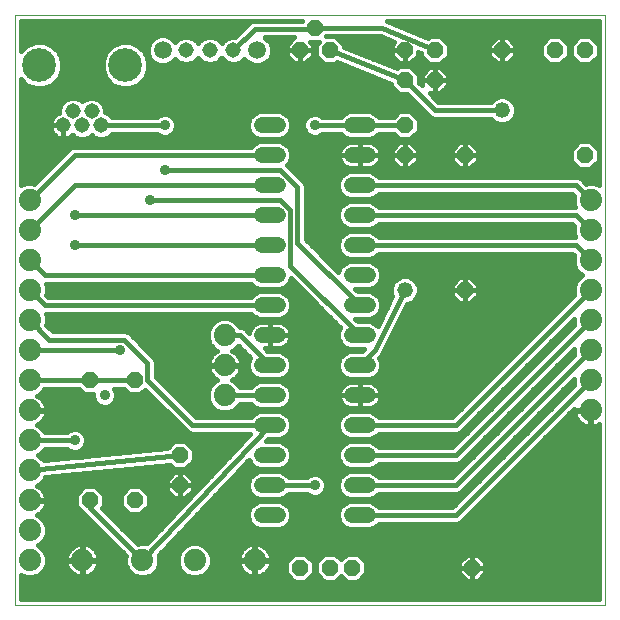
<source format=gbl>
G75*
%MOIN*%
%OFA0B0*%
%FSLAX25Y25*%
%IPPOS*%
%LPD*%
%AMOC8*
5,1,8,0,0,1.08239X$1,22.5*
%
%ADD10C,0.00000*%
%ADD11OC8,0.05200*%
%ADD12C,0.05200*%
%ADD13C,0.05150*%
%ADD14C,0.11220*%
%ADD15C,0.05200*%
%ADD16C,0.07400*%
%ADD17C,0.05937*%
%ADD18C,0.01600*%
%ADD19C,0.03562*%
D10*
X0006560Y0001800D02*
X0006560Y0198650D01*
X0203410Y0198650D01*
X0203410Y0001800D01*
X0006560Y0001800D01*
D11*
X0031560Y0036800D03*
X0046560Y0036800D03*
X0061560Y0041800D03*
X0061560Y0051800D03*
X0046560Y0076800D03*
X0031560Y0076800D03*
X0101560Y0014300D03*
X0111560Y0014300D03*
X0119060Y0014300D03*
X0159060Y0014300D03*
X0156560Y0106800D03*
X0156560Y0151800D03*
X0136560Y0151800D03*
X0136560Y0161800D03*
X0136560Y0176800D03*
X0146560Y0176800D03*
X0146560Y0186800D03*
X0136560Y0186800D03*
X0111560Y0186800D03*
X0106560Y0194300D03*
X0101560Y0186800D03*
X0169060Y0186800D03*
X0186560Y0186800D03*
X0196560Y0186800D03*
X0196560Y0151800D03*
D12*
X0169060Y0166800D03*
X0136560Y0106800D03*
D13*
X0079434Y0186800D03*
X0071560Y0186800D03*
X0063686Y0186800D03*
X0035359Y0161721D03*
X0032210Y0166446D03*
X0029060Y0161721D03*
X0025910Y0166446D03*
X0022761Y0161721D03*
D14*
X0014690Y0181800D03*
X0043430Y0181800D03*
D15*
X0088960Y0161800D02*
X0094160Y0161800D01*
X0094160Y0151800D02*
X0088960Y0151800D01*
X0088960Y0141800D02*
X0094160Y0141800D01*
X0094160Y0131800D02*
X0088960Y0131800D01*
X0088960Y0121800D02*
X0094160Y0121800D01*
X0094160Y0111800D02*
X0088960Y0111800D01*
X0088960Y0101800D02*
X0094160Y0101800D01*
X0094160Y0091800D02*
X0088960Y0091800D01*
X0088960Y0081800D02*
X0094160Y0081800D01*
X0094160Y0071800D02*
X0088960Y0071800D01*
X0088960Y0061800D02*
X0094160Y0061800D01*
X0094160Y0051800D02*
X0088960Y0051800D01*
X0088960Y0041800D02*
X0094160Y0041800D01*
X0094160Y0031800D02*
X0088960Y0031800D01*
X0118960Y0031800D02*
X0124160Y0031800D01*
X0124160Y0041800D02*
X0118960Y0041800D01*
X0118960Y0051800D02*
X0124160Y0051800D01*
X0124160Y0061800D02*
X0118960Y0061800D01*
X0118960Y0071800D02*
X0124160Y0071800D01*
X0124160Y0081800D02*
X0118960Y0081800D01*
X0118960Y0091800D02*
X0124160Y0091800D01*
X0124160Y0101800D02*
X0118960Y0101800D01*
X0118960Y0111800D02*
X0124160Y0111800D01*
X0124160Y0121800D02*
X0118960Y0121800D01*
X0118960Y0131800D02*
X0124160Y0131800D01*
X0124160Y0141800D02*
X0118960Y0141800D01*
X0118960Y0151800D02*
X0124160Y0151800D01*
X0124160Y0161800D02*
X0118960Y0161800D01*
D16*
X0076560Y0091800D03*
X0076560Y0081800D03*
X0076560Y0071800D03*
X0086560Y0016800D03*
X0066560Y0016800D03*
X0049060Y0016800D03*
X0029060Y0016800D03*
X0011560Y0016800D03*
X0011560Y0026800D03*
X0011560Y0036800D03*
X0011560Y0046800D03*
X0011560Y0056800D03*
X0011560Y0066800D03*
X0011560Y0076800D03*
X0011560Y0086800D03*
X0011560Y0096800D03*
X0011560Y0106800D03*
X0011560Y0116800D03*
X0011560Y0126800D03*
X0011560Y0136800D03*
X0198560Y0136800D03*
X0198560Y0126800D03*
X0198560Y0116800D03*
X0198560Y0106800D03*
X0198560Y0096800D03*
X0198560Y0086800D03*
X0198560Y0076800D03*
X0198560Y0066800D03*
D17*
X0087308Y0186800D03*
X0055812Y0186800D03*
D18*
X0051273Y0188826D02*
X0046355Y0188826D01*
X0047741Y0188252D02*
X0044944Y0189410D01*
X0041916Y0189410D01*
X0039119Y0188252D01*
X0036978Y0186111D01*
X0035820Y0183314D01*
X0035820Y0180286D01*
X0036978Y0177489D01*
X0039119Y0175348D01*
X0041916Y0174190D01*
X0044944Y0174190D01*
X0047741Y0175348D01*
X0049882Y0177489D01*
X0051040Y0180286D01*
X0051040Y0183314D01*
X0049882Y0186111D01*
X0047741Y0188252D01*
X0048765Y0187227D02*
X0050843Y0187227D01*
X0050843Y0187788D02*
X0050843Y0185812D01*
X0051600Y0183986D01*
X0052998Y0182588D01*
X0054824Y0181831D01*
X0056800Y0181831D01*
X0058626Y0182588D01*
X0060024Y0183986D01*
X0060026Y0183990D01*
X0061095Y0182922D01*
X0062776Y0182225D01*
X0064596Y0182225D01*
X0066277Y0182922D01*
X0067564Y0184209D01*
X0067623Y0184350D01*
X0067682Y0184209D01*
X0068969Y0182922D01*
X0070650Y0182225D01*
X0072470Y0182225D01*
X0074151Y0182922D01*
X0075438Y0184209D01*
X0075497Y0184350D01*
X0075556Y0184209D01*
X0076843Y0182922D01*
X0078524Y0182225D01*
X0080344Y0182225D01*
X0082025Y0182922D01*
X0083094Y0183990D01*
X0083096Y0183986D01*
X0084494Y0182588D01*
X0086320Y0181831D01*
X0088296Y0181831D01*
X0090122Y0182588D01*
X0091520Y0183986D01*
X0092277Y0185812D01*
X0092277Y0187788D01*
X0091520Y0189614D01*
X0090122Y0191012D01*
X0090030Y0191050D01*
X0099588Y0191050D01*
X0097160Y0188623D01*
X0097160Y0186800D01*
X0101560Y0186800D01*
X0105960Y0186800D01*
X0105960Y0188623D01*
X0104882Y0189700D01*
X0107955Y0189700D01*
X0106960Y0188705D01*
X0106960Y0184895D01*
X0109655Y0182200D01*
X0113465Y0182200D01*
X0114053Y0182787D01*
X0131960Y0175624D01*
X0131960Y0174895D01*
X0134655Y0172200D01*
X0137200Y0172200D01*
X0144186Y0165214D01*
X0144974Y0164426D01*
X0146003Y0164000D01*
X0165355Y0164000D01*
X0166454Y0162900D01*
X0168145Y0162200D01*
X0169975Y0162200D01*
X0171666Y0162900D01*
X0172960Y0164194D01*
X0173660Y0165885D01*
X0173660Y0167715D01*
X0172960Y0169406D01*
X0171666Y0170700D01*
X0169975Y0171400D01*
X0168145Y0171400D01*
X0166454Y0170700D01*
X0165355Y0169600D01*
X0147720Y0169600D01*
X0144920Y0172400D01*
X0146560Y0172400D01*
X0148383Y0172400D01*
X0150960Y0174977D01*
X0150960Y0176800D01*
X0150960Y0178623D01*
X0148383Y0181200D01*
X0146560Y0181200D01*
X0146560Y0176800D01*
X0150960Y0176800D01*
X0146560Y0176800D01*
X0146560Y0176800D01*
X0146560Y0176800D01*
X0146560Y0172400D01*
X0146560Y0176800D01*
X0146560Y0176800D01*
X0146560Y0176800D01*
X0142160Y0176800D01*
X0142160Y0178623D01*
X0144737Y0181200D01*
X0146560Y0181200D01*
X0146560Y0176800D01*
X0142160Y0176800D01*
X0142160Y0175160D01*
X0141160Y0176160D01*
X0141160Y0178705D01*
X0138465Y0181400D01*
X0134655Y0181400D01*
X0134067Y0180813D01*
X0116160Y0187976D01*
X0116160Y0188705D01*
X0113465Y0191400D01*
X0110165Y0191400D01*
X0110265Y0191500D01*
X0128485Y0191500D01*
X0133072Y0189534D01*
X0132160Y0188623D01*
X0132160Y0186800D01*
X0136560Y0186800D01*
X0136560Y0182400D01*
X0138383Y0182400D01*
X0140960Y0184977D01*
X0140960Y0186154D01*
X0141960Y0185725D01*
X0141960Y0184895D01*
X0144655Y0182200D01*
X0148465Y0182200D01*
X0151160Y0184895D01*
X0151160Y0188705D01*
X0148465Y0191400D01*
X0144655Y0191400D01*
X0144139Y0190884D01*
X0130684Y0196650D01*
X0201410Y0196650D01*
X0201410Y0141789D01*
X0199694Y0142500D01*
X0197426Y0142500D01*
X0196997Y0142322D01*
X0195146Y0144174D01*
X0194117Y0144600D01*
X0127865Y0144600D01*
X0126766Y0145700D01*
X0125075Y0146400D01*
X0118045Y0146400D01*
X0116354Y0145700D01*
X0115060Y0144406D01*
X0114360Y0142715D01*
X0114360Y0140885D01*
X0115060Y0139194D01*
X0116354Y0137900D01*
X0118045Y0137200D01*
X0125075Y0137200D01*
X0126766Y0137900D01*
X0127865Y0139000D01*
X0192400Y0139000D01*
X0193038Y0138363D01*
X0192860Y0137934D01*
X0192860Y0135666D01*
X0193302Y0134600D01*
X0127865Y0134600D01*
X0126766Y0135700D01*
X0125075Y0136400D01*
X0118045Y0136400D01*
X0116354Y0135700D01*
X0115060Y0134406D01*
X0114360Y0132715D01*
X0114360Y0130885D01*
X0115060Y0129194D01*
X0116354Y0127900D01*
X0118045Y0127200D01*
X0125075Y0127200D01*
X0126766Y0127900D01*
X0127865Y0129000D01*
X0192400Y0129000D01*
X0193038Y0128363D01*
X0192860Y0127934D01*
X0192860Y0125666D01*
X0193302Y0124600D01*
X0127865Y0124600D01*
X0126766Y0125700D01*
X0125075Y0126400D01*
X0118045Y0126400D01*
X0116354Y0125700D01*
X0115060Y0124406D01*
X0114360Y0122715D01*
X0114360Y0120885D01*
X0115060Y0119194D01*
X0116354Y0117900D01*
X0118045Y0117200D01*
X0125075Y0117200D01*
X0126766Y0117900D01*
X0127865Y0119000D01*
X0192400Y0119000D01*
X0193038Y0118363D01*
X0192860Y0117934D01*
X0192860Y0115666D01*
X0193728Y0113571D01*
X0195331Y0111968D01*
X0195736Y0111800D01*
X0195331Y0111632D01*
X0193728Y0110029D01*
X0192860Y0107934D01*
X0192860Y0105666D01*
X0193038Y0105237D01*
X0152400Y0064600D01*
X0127865Y0064600D01*
X0126766Y0065700D01*
X0125075Y0066400D01*
X0118045Y0066400D01*
X0116354Y0065700D01*
X0115060Y0064406D01*
X0114360Y0062715D01*
X0114360Y0060885D01*
X0115060Y0059194D01*
X0116354Y0057900D01*
X0118045Y0057200D01*
X0125075Y0057200D01*
X0126766Y0057900D01*
X0127865Y0059000D01*
X0154117Y0059000D01*
X0155146Y0059426D01*
X0192860Y0097140D01*
X0192860Y0095666D01*
X0193038Y0095237D01*
X0152400Y0054600D01*
X0127865Y0054600D01*
X0126766Y0055700D01*
X0125075Y0056400D01*
X0118045Y0056400D01*
X0116354Y0055700D01*
X0115060Y0054406D01*
X0114360Y0052715D01*
X0114360Y0050885D01*
X0115060Y0049194D01*
X0116354Y0047900D01*
X0118045Y0047200D01*
X0125075Y0047200D01*
X0126766Y0047900D01*
X0127865Y0049000D01*
X0154117Y0049000D01*
X0155146Y0049426D01*
X0192860Y0087140D01*
X0192860Y0085666D01*
X0193038Y0085237D01*
X0152400Y0044600D01*
X0127865Y0044600D01*
X0126766Y0045700D01*
X0125075Y0046400D01*
X0118045Y0046400D01*
X0116354Y0045700D01*
X0115060Y0044406D01*
X0114360Y0042715D01*
X0114360Y0040885D01*
X0115060Y0039194D01*
X0116354Y0037900D01*
X0118045Y0037200D01*
X0125075Y0037200D01*
X0126766Y0037900D01*
X0127865Y0039000D01*
X0154117Y0039000D01*
X0155146Y0039426D01*
X0192860Y0077140D01*
X0192860Y0075666D01*
X0193038Y0075237D01*
X0152400Y0034600D01*
X0127865Y0034600D01*
X0126766Y0035700D01*
X0125075Y0036400D01*
X0118045Y0036400D01*
X0116354Y0035700D01*
X0115060Y0034406D01*
X0114360Y0032715D01*
X0114360Y0030885D01*
X0115060Y0029194D01*
X0116354Y0027900D01*
X0118045Y0027200D01*
X0125075Y0027200D01*
X0126766Y0027900D01*
X0127865Y0029000D01*
X0154117Y0029000D01*
X0155146Y0029426D01*
X0193080Y0067360D01*
X0193060Y0067233D01*
X0193060Y0067000D01*
X0198360Y0067000D01*
X0198360Y0066600D01*
X0198760Y0066600D01*
X0198760Y0061300D01*
X0198993Y0061300D01*
X0199848Y0061435D01*
X0200671Y0061703D01*
X0201410Y0062080D01*
X0201410Y0003800D01*
X0008560Y0003800D01*
X0008560Y0011873D01*
X0010426Y0011100D01*
X0012694Y0011100D01*
X0014789Y0011968D01*
X0016392Y0013571D01*
X0017260Y0015666D01*
X0017260Y0017934D01*
X0016392Y0020029D01*
X0014789Y0021632D01*
X0014384Y0021800D01*
X0014789Y0021968D01*
X0016392Y0023571D01*
X0017260Y0025666D01*
X0017260Y0027934D01*
X0016392Y0030029D01*
X0014789Y0031632D01*
X0014096Y0031919D01*
X0014443Y0032096D01*
X0015143Y0032605D01*
X0015755Y0033217D01*
X0016264Y0033917D01*
X0016657Y0034689D01*
X0016925Y0035512D01*
X0017060Y0036367D01*
X0017060Y0036600D01*
X0011760Y0036600D01*
X0011760Y0037000D01*
X0017060Y0037000D01*
X0017060Y0037233D01*
X0016925Y0038088D01*
X0016657Y0038911D01*
X0016264Y0039683D01*
X0015755Y0040383D01*
X0015143Y0040995D01*
X0014443Y0041504D01*
X0014096Y0041681D01*
X0014789Y0041968D01*
X0016392Y0043571D01*
X0016780Y0044508D01*
X0058204Y0048650D01*
X0059655Y0047200D01*
X0063465Y0047200D01*
X0066160Y0049895D01*
X0066160Y0053705D01*
X0063465Y0056400D01*
X0059655Y0056400D01*
X0057458Y0054204D01*
X0016330Y0050091D01*
X0014789Y0051632D01*
X0014384Y0051800D01*
X0014789Y0051968D01*
X0016392Y0053571D01*
X0016570Y0054000D01*
X0024013Y0054000D01*
X0024418Y0053595D01*
X0025808Y0053019D01*
X0027312Y0053019D01*
X0028702Y0053595D01*
X0029765Y0054658D01*
X0030341Y0056048D01*
X0030341Y0057552D01*
X0029765Y0058942D01*
X0028702Y0060005D01*
X0027312Y0060581D01*
X0025808Y0060581D01*
X0024418Y0060005D01*
X0024013Y0059600D01*
X0016570Y0059600D01*
X0016392Y0060029D01*
X0014789Y0061632D01*
X0014096Y0061919D01*
X0014443Y0062096D01*
X0015143Y0062605D01*
X0015755Y0063217D01*
X0016264Y0063917D01*
X0016657Y0064689D01*
X0016925Y0065512D01*
X0017060Y0066367D01*
X0017060Y0066600D01*
X0011760Y0066600D01*
X0011760Y0067000D01*
X0017060Y0067000D01*
X0017060Y0067233D01*
X0016925Y0068088D01*
X0016657Y0068911D01*
X0016264Y0069683D01*
X0015755Y0070383D01*
X0015143Y0070995D01*
X0014443Y0071504D01*
X0014096Y0071681D01*
X0014789Y0071968D01*
X0016392Y0073571D01*
X0016570Y0074000D01*
X0027855Y0074000D01*
X0029655Y0072200D01*
X0032779Y0072200D01*
X0032779Y0071048D01*
X0033355Y0069658D01*
X0034418Y0068595D01*
X0035808Y0068019D01*
X0037312Y0068019D01*
X0038702Y0068595D01*
X0039765Y0069658D01*
X0040341Y0071048D01*
X0040341Y0072552D01*
X0039765Y0073942D01*
X0039707Y0074000D01*
X0042855Y0074000D01*
X0044655Y0072200D01*
X0048465Y0072200D01*
X0049933Y0073667D01*
X0064174Y0059426D01*
X0065203Y0059000D01*
X0085064Y0059000D01*
X0050480Y0022381D01*
X0050194Y0022500D01*
X0047926Y0022500D01*
X0047497Y0022322D01*
X0035543Y0034277D01*
X0036160Y0034895D01*
X0036160Y0038705D01*
X0033465Y0041400D01*
X0029655Y0041400D01*
X0026960Y0038705D01*
X0026960Y0034895D01*
X0029655Y0032200D01*
X0029700Y0032200D01*
X0043538Y0018363D01*
X0043360Y0017934D01*
X0043360Y0015666D01*
X0044228Y0013571D01*
X0045831Y0011968D01*
X0047926Y0011100D01*
X0050194Y0011100D01*
X0052289Y0011968D01*
X0053892Y0013571D01*
X0054760Y0015666D01*
X0054760Y0017934D01*
X0054523Y0018506D01*
X0084586Y0050338D01*
X0085060Y0049194D01*
X0086354Y0047900D01*
X0088045Y0047200D01*
X0095075Y0047200D01*
X0096766Y0047900D01*
X0098060Y0049194D01*
X0098760Y0050885D01*
X0098760Y0052715D01*
X0098060Y0054406D01*
X0096766Y0055700D01*
X0095075Y0056400D01*
X0090311Y0056400D01*
X0091067Y0057200D01*
X0095075Y0057200D01*
X0096766Y0057900D01*
X0098060Y0059194D01*
X0098760Y0060885D01*
X0098760Y0062715D01*
X0098060Y0064406D01*
X0096766Y0065700D01*
X0095075Y0066400D01*
X0088045Y0066400D01*
X0086354Y0065700D01*
X0085255Y0064600D01*
X0066920Y0064600D01*
X0053560Y0077960D01*
X0053560Y0083157D01*
X0053134Y0084186D01*
X0052346Y0084974D01*
X0044597Y0092723D01*
X0043568Y0093149D01*
X0019171Y0093149D01*
X0017082Y0095237D01*
X0017260Y0095666D01*
X0017260Y0097934D01*
X0016818Y0099000D01*
X0085255Y0099000D01*
X0086354Y0097900D01*
X0088045Y0097200D01*
X0095075Y0097200D01*
X0096766Y0097900D01*
X0098060Y0099194D01*
X0098760Y0100885D01*
X0098760Y0102715D01*
X0098060Y0104406D01*
X0096766Y0105700D01*
X0095075Y0106400D01*
X0088045Y0106400D01*
X0086354Y0105700D01*
X0085255Y0104600D01*
X0017720Y0104600D01*
X0017082Y0105237D01*
X0017260Y0105666D01*
X0017260Y0107934D01*
X0016818Y0109000D01*
X0085255Y0109000D01*
X0086354Y0107900D01*
X0088045Y0107200D01*
X0095075Y0107200D01*
X0096766Y0107900D01*
X0098060Y0109194D01*
X0098688Y0110712D01*
X0115041Y0094359D01*
X0114360Y0092715D01*
X0114360Y0090885D01*
X0115060Y0089194D01*
X0116354Y0087900D01*
X0118045Y0087200D01*
X0123000Y0087200D01*
X0122200Y0086400D01*
X0118045Y0086400D01*
X0116354Y0085700D01*
X0115060Y0084406D01*
X0114360Y0082715D01*
X0114360Y0080885D01*
X0115060Y0079194D01*
X0116354Y0077900D01*
X0118045Y0077200D01*
X0125075Y0077200D01*
X0126766Y0077900D01*
X0128060Y0079194D01*
X0128760Y0080885D01*
X0128760Y0082715D01*
X0128079Y0084359D01*
X0128470Y0084750D01*
X0128815Y0085050D01*
X0128861Y0085141D01*
X0128934Y0085214D01*
X0129109Y0085637D01*
X0137390Y0102200D01*
X0137475Y0102200D01*
X0139166Y0102900D01*
X0140460Y0104194D01*
X0141160Y0105885D01*
X0141160Y0107715D01*
X0140460Y0109406D01*
X0139166Y0110700D01*
X0137475Y0111400D01*
X0135645Y0111400D01*
X0133954Y0110700D01*
X0132660Y0109406D01*
X0131960Y0107715D01*
X0131960Y0105885D01*
X0132419Y0104778D01*
X0127508Y0094957D01*
X0126766Y0095700D01*
X0125075Y0096400D01*
X0120920Y0096400D01*
X0120120Y0097200D01*
X0125075Y0097200D01*
X0126766Y0097900D01*
X0128060Y0099194D01*
X0128760Y0100885D01*
X0128760Y0102715D01*
X0128060Y0104406D01*
X0126766Y0105700D01*
X0125075Y0106400D01*
X0120920Y0106400D01*
X0120120Y0107200D01*
X0125075Y0107200D01*
X0126766Y0107900D01*
X0128060Y0109194D01*
X0128760Y0110885D01*
X0128760Y0112715D01*
X0128060Y0114406D01*
X0126766Y0115700D01*
X0125075Y0116400D01*
X0118045Y0116400D01*
X0116354Y0115700D01*
X0115060Y0114406D01*
X0114432Y0112888D01*
X0103560Y0123760D01*
X0103560Y0141697D01*
X0103134Y0142726D01*
X0102346Y0143513D01*
X0097362Y0148497D01*
X0098060Y0149194D01*
X0098760Y0150885D01*
X0098760Y0152715D01*
X0098060Y0154406D01*
X0096766Y0155700D01*
X0095075Y0156400D01*
X0088045Y0156400D01*
X0086354Y0155700D01*
X0085255Y0154600D01*
X0026003Y0154600D01*
X0024974Y0154174D01*
X0024186Y0153386D01*
X0013123Y0142322D01*
X0012694Y0142500D01*
X0010426Y0142500D01*
X0008560Y0141727D01*
X0008560Y0177167D01*
X0010379Y0175348D01*
X0013176Y0174190D01*
X0016204Y0174190D01*
X0019001Y0175348D01*
X0021142Y0177489D01*
X0022300Y0180286D01*
X0022300Y0183314D01*
X0021142Y0186111D01*
X0019001Y0188252D01*
X0016204Y0189410D01*
X0013176Y0189410D01*
X0010379Y0188252D01*
X0008560Y0186433D01*
X0008560Y0196650D01*
X0102405Y0196650D01*
X0085927Y0196650D01*
X0084898Y0196224D01*
X0080049Y0191375D01*
X0078524Y0191375D01*
X0076843Y0190678D01*
X0075556Y0189391D01*
X0075497Y0189250D01*
X0075438Y0189391D01*
X0074151Y0190678D01*
X0072470Y0191375D01*
X0070650Y0191375D01*
X0068969Y0190678D01*
X0067682Y0189391D01*
X0067623Y0189250D01*
X0067564Y0189391D01*
X0066277Y0190678D01*
X0064596Y0191375D01*
X0062776Y0191375D01*
X0061095Y0190678D01*
X0060026Y0189610D01*
X0060024Y0189614D01*
X0058626Y0191012D01*
X0056800Y0191768D01*
X0054824Y0191768D01*
X0052998Y0191012D01*
X0051600Y0189614D01*
X0050843Y0187788D01*
X0052410Y0190424D02*
X0008560Y0190424D01*
X0008560Y0188826D02*
X0011765Y0188826D01*
X0009355Y0187227D02*
X0008560Y0187227D01*
X0008560Y0192023D02*
X0080697Y0192023D01*
X0082296Y0193621D02*
X0008560Y0193621D01*
X0008560Y0195220D02*
X0083894Y0195220D01*
X0086484Y0193850D02*
X0106560Y0193850D01*
X0106560Y0194300D02*
X0129060Y0194300D01*
X0146560Y0186800D01*
X0150296Y0184030D02*
X0165607Y0184030D01*
X0164660Y0184977D02*
X0164660Y0186800D01*
X0169060Y0186800D01*
X0173460Y0186800D01*
X0173460Y0188623D01*
X0170883Y0191200D01*
X0169060Y0191200D01*
X0169060Y0186800D01*
X0169060Y0186800D01*
X0169060Y0186800D01*
X0173460Y0186800D01*
X0173460Y0184977D01*
X0170883Y0182400D01*
X0169060Y0182400D01*
X0169060Y0186800D01*
X0169060Y0186800D01*
X0169060Y0186800D01*
X0169060Y0191200D01*
X0167237Y0191200D01*
X0164660Y0188623D01*
X0164660Y0186800D01*
X0169060Y0186800D01*
X0169060Y0182400D01*
X0167237Y0182400D01*
X0164660Y0184977D01*
X0164660Y0185629D02*
X0151160Y0185629D01*
X0151160Y0187227D02*
X0164660Y0187227D01*
X0164863Y0188826D02*
X0151040Y0188826D01*
X0149441Y0190424D02*
X0166462Y0190424D01*
X0169060Y0190424D02*
X0169060Y0190424D01*
X0169060Y0188826D02*
X0169060Y0188826D01*
X0169060Y0187227D02*
X0169060Y0187227D01*
X0169060Y0185629D02*
X0169060Y0185629D01*
X0169060Y0184030D02*
X0169060Y0184030D01*
X0169060Y0182432D02*
X0169060Y0182432D01*
X0170914Y0182432D02*
X0184423Y0182432D01*
X0184655Y0182200D02*
X0188465Y0182200D01*
X0191160Y0184895D01*
X0191160Y0188705D01*
X0188465Y0191400D01*
X0184655Y0191400D01*
X0181960Y0188705D01*
X0181960Y0184895D01*
X0184655Y0182200D01*
X0182824Y0184030D02*
X0172513Y0184030D01*
X0173460Y0185629D02*
X0181960Y0185629D01*
X0181960Y0187227D02*
X0173460Y0187227D01*
X0173257Y0188826D02*
X0182080Y0188826D01*
X0183679Y0190424D02*
X0171658Y0190424D01*
X0167206Y0182432D02*
X0148697Y0182432D01*
X0148749Y0180833D02*
X0201410Y0180833D01*
X0201410Y0179235D02*
X0150348Y0179235D01*
X0150960Y0177636D02*
X0201410Y0177636D01*
X0201410Y0176038D02*
X0150960Y0176038D01*
X0150422Y0174439D02*
X0201410Y0174439D01*
X0201410Y0172841D02*
X0148823Y0172841D01*
X0146560Y0172841D02*
X0146560Y0172841D01*
X0146560Y0174439D02*
X0146560Y0174439D01*
X0146560Y0176038D02*
X0146560Y0176038D01*
X0146560Y0177636D02*
X0146560Y0177636D01*
X0146560Y0179235D02*
X0146560Y0179235D01*
X0146560Y0180833D02*
X0146560Y0180833D01*
X0144371Y0180833D02*
X0139032Y0180833D01*
X0138414Y0182432D02*
X0144423Y0182432D01*
X0142824Y0184030D02*
X0140013Y0184030D01*
X0140960Y0185629D02*
X0141960Y0185629D01*
X0136560Y0185629D02*
X0136560Y0185629D01*
X0136560Y0186800D02*
X0136560Y0182400D01*
X0134737Y0182400D01*
X0132160Y0184977D01*
X0132160Y0186800D01*
X0136560Y0186800D01*
X0136560Y0186800D01*
X0136560Y0186800D01*
X0136560Y0184030D02*
X0136560Y0184030D01*
X0136560Y0182432D02*
X0136560Y0182432D01*
X0134706Y0182432D02*
X0130020Y0182432D01*
X0133107Y0184030D02*
X0126023Y0184030D01*
X0122027Y0185629D02*
X0132160Y0185629D01*
X0132160Y0187227D02*
X0118031Y0187227D01*
X0116040Y0188826D02*
X0132363Y0188826D01*
X0130995Y0190424D02*
X0114441Y0190424D01*
X0111560Y0186800D02*
X0136560Y0176800D01*
X0146560Y0166800D01*
X0169060Y0166800D01*
X0166105Y0163250D02*
X0141160Y0163250D01*
X0141160Y0163705D02*
X0138465Y0166400D01*
X0134655Y0166400D01*
X0132855Y0164600D01*
X0127865Y0164600D01*
X0126766Y0165700D01*
X0125075Y0166400D01*
X0118045Y0166400D01*
X0116354Y0165700D01*
X0115255Y0164600D01*
X0109107Y0164600D01*
X0108702Y0165005D01*
X0107312Y0165581D01*
X0105808Y0165581D01*
X0104418Y0165005D01*
X0103355Y0163942D01*
X0102779Y0162552D01*
X0102779Y0161048D01*
X0103355Y0159658D01*
X0104418Y0158595D01*
X0105808Y0158019D01*
X0107312Y0158019D01*
X0108702Y0158595D01*
X0109107Y0159000D01*
X0115255Y0159000D01*
X0116354Y0157900D01*
X0118045Y0157200D01*
X0125075Y0157200D01*
X0126766Y0157900D01*
X0127865Y0159000D01*
X0132855Y0159000D01*
X0134655Y0157200D01*
X0138465Y0157200D01*
X0141160Y0159895D01*
X0141160Y0163705D01*
X0140017Y0164848D02*
X0144552Y0164848D01*
X0142954Y0166447D02*
X0036784Y0166447D01*
X0036784Y0166083D02*
X0036784Y0167356D01*
X0036088Y0169037D01*
X0034801Y0170324D01*
X0033120Y0171020D01*
X0031300Y0171020D01*
X0029618Y0170324D01*
X0029060Y0169766D01*
X0028502Y0170324D01*
X0026820Y0171020D01*
X0025000Y0171020D01*
X0023319Y0170324D01*
X0022032Y0169037D01*
X0021336Y0167356D01*
X0021336Y0165858D01*
X0021081Y0165776D01*
X0020468Y0165463D01*
X0019911Y0165058D01*
X0019424Y0164571D01*
X0019019Y0164014D01*
X0018706Y0163401D01*
X0018494Y0162746D01*
X0018386Y0162066D01*
X0018386Y0161721D01*
X0018386Y0161377D01*
X0018494Y0160697D01*
X0018706Y0160042D01*
X0019019Y0159428D01*
X0019424Y0158871D01*
X0019911Y0158384D01*
X0020468Y0157980D01*
X0021081Y0157667D01*
X0021736Y0157454D01*
X0022416Y0157346D01*
X0022761Y0157346D01*
X0023105Y0157346D01*
X0023785Y0157454D01*
X0024440Y0157667D01*
X0025054Y0157980D01*
X0025611Y0158384D01*
X0025769Y0158543D01*
X0026469Y0157843D01*
X0028150Y0157146D01*
X0029970Y0157146D01*
X0031651Y0157843D01*
X0032210Y0158401D01*
X0032768Y0157843D01*
X0034449Y0157146D01*
X0036269Y0157146D01*
X0037951Y0157843D01*
X0039108Y0159000D01*
X0054013Y0159000D01*
X0054418Y0158595D01*
X0055808Y0158019D01*
X0057312Y0158019D01*
X0058702Y0158595D01*
X0059765Y0159658D01*
X0060341Y0161048D01*
X0060341Y0162552D01*
X0059765Y0163942D01*
X0058702Y0165005D01*
X0057312Y0165581D01*
X0055808Y0165581D01*
X0054418Y0165005D01*
X0054013Y0164600D01*
X0038950Y0164600D01*
X0037951Y0165600D01*
X0036784Y0166083D01*
X0036499Y0168045D02*
X0141355Y0168045D01*
X0139756Y0169644D02*
X0035481Y0169644D01*
X0038702Y0164848D02*
X0054261Y0164848D01*
X0056560Y0161800D02*
X0035438Y0161800D01*
X0035359Y0161721D01*
X0038562Y0158454D02*
X0054757Y0158454D01*
X0058363Y0158454D02*
X0085800Y0158454D01*
X0086354Y0157900D02*
X0088045Y0157200D01*
X0095075Y0157200D01*
X0096766Y0157900D01*
X0098060Y0159194D01*
X0098760Y0160885D01*
X0098760Y0162715D01*
X0098060Y0164406D01*
X0096766Y0165700D01*
X0095075Y0166400D01*
X0088045Y0166400D01*
X0086354Y0165700D01*
X0085060Y0164406D01*
X0084360Y0162715D01*
X0084360Y0160885D01*
X0085060Y0159194D01*
X0086354Y0157900D01*
X0085912Y0155257D02*
X0008560Y0155257D01*
X0008560Y0153659D02*
X0024459Y0153659D01*
X0022860Y0152060D02*
X0008560Y0152060D01*
X0008560Y0150462D02*
X0021262Y0150462D01*
X0019663Y0148863D02*
X0008560Y0148863D01*
X0008560Y0147265D02*
X0018065Y0147265D01*
X0016466Y0145666D02*
X0008560Y0145666D01*
X0008560Y0144068D02*
X0014868Y0144068D01*
X0013269Y0142469D02*
X0012769Y0142469D01*
X0010351Y0142469D02*
X0008560Y0142469D01*
X0011560Y0136800D02*
X0026560Y0151800D01*
X0091560Y0151800D01*
X0095100Y0146800D02*
X0100760Y0141140D01*
X0100760Y0122600D01*
X0121560Y0101800D01*
X0126308Y0097711D02*
X0128885Y0097711D01*
X0128107Y0099309D02*
X0129684Y0099309D01*
X0130483Y0100908D02*
X0128760Y0100908D01*
X0128760Y0102506D02*
X0131283Y0102506D01*
X0132082Y0104105D02*
X0128184Y0104105D01*
X0126757Y0105703D02*
X0132035Y0105703D01*
X0131960Y0107302D02*
X0125321Y0107302D01*
X0127766Y0108900D02*
X0132451Y0108900D01*
X0133753Y0110499D02*
X0128600Y0110499D01*
X0128760Y0112097D02*
X0195202Y0112097D01*
X0194198Y0110499D02*
X0159084Y0110499D01*
X0158383Y0111200D02*
X0160960Y0108623D01*
X0160960Y0106800D01*
X0156560Y0106800D01*
X0156560Y0106800D01*
X0160960Y0106800D01*
X0160960Y0104977D01*
X0158383Y0102400D01*
X0156560Y0102400D01*
X0156560Y0106800D01*
X0156560Y0106800D01*
X0156560Y0111200D01*
X0158383Y0111200D01*
X0156560Y0111200D02*
X0154737Y0111200D01*
X0152160Y0108623D01*
X0152160Y0106800D01*
X0156560Y0106800D01*
X0156560Y0106800D01*
X0156560Y0106800D01*
X0156560Y0111200D01*
X0156560Y0110499D02*
X0156560Y0110499D01*
X0156560Y0108900D02*
X0156560Y0108900D01*
X0156560Y0107302D02*
X0156560Y0107302D01*
X0156560Y0106800D02*
X0152160Y0106800D01*
X0152160Y0104977D01*
X0154737Y0102400D01*
X0156560Y0102400D01*
X0156560Y0106800D01*
X0156560Y0105703D02*
X0156560Y0105703D01*
X0156560Y0104105D02*
X0156560Y0104105D01*
X0156560Y0102506D02*
X0156560Y0102506D01*
X0158489Y0102506D02*
X0190306Y0102506D01*
X0188708Y0100908D02*
X0136744Y0100908D01*
X0135945Y0099309D02*
X0187109Y0099309D01*
X0185511Y0097711D02*
X0135146Y0097711D01*
X0134347Y0096112D02*
X0183912Y0096112D01*
X0182314Y0094514D02*
X0133547Y0094514D01*
X0132748Y0092915D02*
X0180715Y0092915D01*
X0179117Y0091317D02*
X0131949Y0091317D01*
X0131150Y0089718D02*
X0177518Y0089718D01*
X0175920Y0088120D02*
X0130350Y0088120D01*
X0129551Y0086521D02*
X0174321Y0086521D01*
X0172723Y0084923D02*
X0128669Y0084923D01*
X0128508Y0083324D02*
X0171124Y0083324D01*
X0169526Y0081726D02*
X0128760Y0081726D01*
X0128446Y0080127D02*
X0167927Y0080127D01*
X0166329Y0078529D02*
X0127394Y0078529D01*
X0125849Y0075878D02*
X0125190Y0076092D01*
X0124506Y0076200D01*
X0121560Y0076200D01*
X0121560Y0071800D01*
X0128560Y0071800D01*
X0128560Y0072146D01*
X0128452Y0072830D01*
X0128238Y0073489D01*
X0127923Y0074106D01*
X0127516Y0074666D01*
X0127026Y0075156D01*
X0126466Y0075563D01*
X0125849Y0075878D01*
X0126785Y0075332D02*
X0163132Y0075332D01*
X0164730Y0076930D02*
X0079117Y0076930D01*
X0079096Y0076919D02*
X0079443Y0077096D01*
X0080143Y0077605D01*
X0080755Y0078217D01*
X0081264Y0078917D01*
X0081657Y0079689D01*
X0081925Y0080512D01*
X0082060Y0081367D01*
X0082060Y0081600D01*
X0076760Y0081600D01*
X0076760Y0082000D01*
X0082060Y0082000D01*
X0082060Y0082233D01*
X0081925Y0083088D01*
X0081657Y0083911D01*
X0081264Y0084683D01*
X0080755Y0085383D01*
X0080143Y0085995D01*
X0079443Y0086504D01*
X0079096Y0086681D01*
X0079789Y0086968D01*
X0081111Y0088290D01*
X0085041Y0084359D01*
X0084360Y0082715D01*
X0084360Y0080885D01*
X0085060Y0079194D01*
X0086354Y0077900D01*
X0088045Y0077200D01*
X0095075Y0077200D01*
X0096766Y0077900D01*
X0098060Y0079194D01*
X0098760Y0080885D01*
X0098760Y0082715D01*
X0098060Y0084406D01*
X0096766Y0085700D01*
X0095075Y0086400D01*
X0090920Y0086400D01*
X0089920Y0087400D01*
X0091560Y0087400D01*
X0094506Y0087400D01*
X0095190Y0087508D01*
X0095849Y0087722D01*
X0096466Y0088037D01*
X0097026Y0088444D01*
X0097516Y0088934D01*
X0097923Y0089494D01*
X0098238Y0090111D01*
X0098452Y0090770D01*
X0098560Y0091454D01*
X0098560Y0091800D01*
X0098560Y0092146D01*
X0098452Y0092830D01*
X0098238Y0093489D01*
X0097923Y0094106D01*
X0097516Y0094666D01*
X0097026Y0095156D01*
X0096466Y0095563D01*
X0095849Y0095878D01*
X0095190Y0096092D01*
X0094506Y0096200D01*
X0091560Y0096200D01*
X0091560Y0091800D01*
X0098560Y0091800D01*
X0091560Y0091800D01*
X0091560Y0091800D01*
X0091560Y0091800D01*
X0091560Y0087400D01*
X0091560Y0091800D01*
X0091560Y0091800D01*
X0091560Y0096200D01*
X0088614Y0096200D01*
X0087930Y0096092D01*
X0087271Y0095878D01*
X0086654Y0095563D01*
X0086094Y0095156D01*
X0085604Y0094666D01*
X0085197Y0094106D01*
X0084882Y0093489D01*
X0084668Y0092830D01*
X0084644Y0092676D01*
X0083146Y0094174D01*
X0082117Y0094600D01*
X0081570Y0094600D01*
X0081392Y0095029D01*
X0079789Y0096632D01*
X0077694Y0097500D01*
X0075426Y0097500D01*
X0073331Y0096632D01*
X0071728Y0095029D01*
X0070860Y0092934D01*
X0070860Y0090666D01*
X0071728Y0088571D01*
X0073331Y0086968D01*
X0074024Y0086681D01*
X0073677Y0086504D01*
X0072977Y0085995D01*
X0072365Y0085383D01*
X0071856Y0084683D01*
X0071463Y0083911D01*
X0071195Y0083088D01*
X0071060Y0082233D01*
X0071060Y0082000D01*
X0076360Y0082000D01*
X0076360Y0081600D01*
X0071060Y0081600D01*
X0071060Y0081367D01*
X0071195Y0080512D01*
X0071463Y0079689D01*
X0071856Y0078917D01*
X0072365Y0078217D01*
X0072977Y0077605D01*
X0073677Y0077096D01*
X0074024Y0076919D01*
X0073331Y0076632D01*
X0071728Y0075029D01*
X0070860Y0072934D01*
X0070860Y0070666D01*
X0071728Y0068571D01*
X0073331Y0066968D01*
X0075426Y0066100D01*
X0077694Y0066100D01*
X0079789Y0066968D01*
X0081392Y0068571D01*
X0081570Y0069000D01*
X0085255Y0069000D01*
X0086354Y0067900D01*
X0088045Y0067200D01*
X0095075Y0067200D01*
X0096766Y0067900D01*
X0098060Y0069194D01*
X0098760Y0070885D01*
X0098760Y0072715D01*
X0098060Y0074406D01*
X0096766Y0075700D01*
X0095075Y0076400D01*
X0088045Y0076400D01*
X0086354Y0075700D01*
X0085255Y0074600D01*
X0081570Y0074600D01*
X0081392Y0075029D01*
X0079789Y0076632D01*
X0079096Y0076919D01*
X0080981Y0078529D02*
X0085726Y0078529D01*
X0084674Y0080127D02*
X0081799Y0080127D01*
X0084360Y0081726D02*
X0076760Y0081726D01*
X0076360Y0081726D02*
X0053560Y0081726D01*
X0053560Y0080127D02*
X0071321Y0080127D01*
X0072138Y0078529D02*
X0053560Y0078529D01*
X0054590Y0076930D02*
X0074003Y0076930D01*
X0072030Y0075332D02*
X0056188Y0075332D01*
X0057787Y0073733D02*
X0071191Y0073733D01*
X0070860Y0072134D02*
X0059385Y0072134D01*
X0060984Y0070536D02*
X0070914Y0070536D01*
X0071576Y0068937D02*
X0062582Y0068937D01*
X0064181Y0067339D02*
X0072960Y0067339D01*
X0076560Y0071800D02*
X0091560Y0071800D01*
X0095410Y0067339D02*
X0155139Y0067339D01*
X0153541Y0065740D02*
X0126667Y0065740D01*
X0125849Y0067722D02*
X0125190Y0067508D01*
X0124506Y0067400D01*
X0121560Y0067400D01*
X0121560Y0071800D01*
X0121560Y0071800D01*
X0121560Y0071800D01*
X0128560Y0071800D01*
X0128560Y0071454D01*
X0128452Y0070770D01*
X0128238Y0070111D01*
X0127923Y0069494D01*
X0127516Y0068934D01*
X0127026Y0068444D01*
X0126466Y0068037D01*
X0125849Y0067722D01*
X0127519Y0068937D02*
X0156738Y0068937D01*
X0158336Y0070536D02*
X0128376Y0070536D01*
X0128560Y0072134D02*
X0159935Y0072134D01*
X0161533Y0073733D02*
X0128113Y0073733D01*
X0121560Y0073733D02*
X0121560Y0073733D01*
X0121560Y0072134D02*
X0121560Y0072134D01*
X0121560Y0071800D02*
X0121560Y0076200D01*
X0118614Y0076200D01*
X0117930Y0076092D01*
X0117271Y0075878D01*
X0116654Y0075563D01*
X0116094Y0075156D01*
X0115604Y0074666D01*
X0115197Y0074106D01*
X0114882Y0073489D01*
X0114668Y0072830D01*
X0114560Y0072146D01*
X0114560Y0071800D01*
X0121560Y0071800D01*
X0121560Y0071800D01*
X0121560Y0071800D01*
X0121560Y0067400D01*
X0118614Y0067400D01*
X0117930Y0067508D01*
X0117271Y0067722D01*
X0116654Y0068037D01*
X0116094Y0068444D01*
X0115604Y0068934D01*
X0115197Y0069494D01*
X0114882Y0070111D01*
X0114668Y0070770D01*
X0114560Y0071454D01*
X0114560Y0071800D01*
X0121560Y0071800D01*
X0121560Y0070536D02*
X0121560Y0070536D01*
X0121560Y0068937D02*
X0121560Y0068937D01*
X0115601Y0068937D02*
X0097803Y0068937D01*
X0098615Y0070536D02*
X0114744Y0070536D01*
X0114560Y0072134D02*
X0098760Y0072134D01*
X0098338Y0073733D02*
X0115007Y0073733D01*
X0116335Y0075332D02*
X0097134Y0075332D01*
X0097394Y0078529D02*
X0115726Y0078529D01*
X0114674Y0080127D02*
X0098446Y0080127D01*
X0098760Y0081726D02*
X0114360Y0081726D01*
X0114612Y0083324D02*
X0098508Y0083324D01*
X0097543Y0084923D02*
X0115577Y0084923D01*
X0116135Y0088120D02*
X0096580Y0088120D01*
X0098037Y0089718D02*
X0114843Y0089718D01*
X0114360Y0091317D02*
X0098538Y0091317D01*
X0098424Y0092915D02*
X0114443Y0092915D01*
X0114887Y0094514D02*
X0097627Y0094514D01*
X0095061Y0096112D02*
X0113288Y0096112D01*
X0111690Y0097711D02*
X0096308Y0097711D01*
X0098107Y0099309D02*
X0110091Y0099309D01*
X0108492Y0100908D02*
X0098760Y0100908D01*
X0098760Y0102506D02*
X0106894Y0102506D01*
X0105295Y0104105D02*
X0098184Y0104105D01*
X0096757Y0105703D02*
X0103697Y0105703D01*
X0102098Y0107302D02*
X0095321Y0107302D01*
X0097766Y0108900D02*
X0100500Y0108900D01*
X0098901Y0110499D02*
X0098600Y0110499D01*
X0098360Y0115000D02*
X0098360Y0133540D01*
X0095100Y0136800D01*
X0051560Y0136800D01*
X0056560Y0146800D02*
X0095100Y0146800D01*
X0097728Y0148863D02*
X0115674Y0148863D01*
X0115604Y0148934D02*
X0116094Y0148444D01*
X0116654Y0148037D01*
X0117271Y0147722D01*
X0117930Y0147508D01*
X0118614Y0147400D01*
X0121560Y0147400D01*
X0124506Y0147400D01*
X0125190Y0147508D01*
X0125849Y0147722D01*
X0126466Y0148037D01*
X0127026Y0148444D01*
X0127516Y0148934D01*
X0127923Y0149494D01*
X0128238Y0150111D01*
X0128452Y0150770D01*
X0128560Y0151454D01*
X0128560Y0151800D01*
X0128560Y0152146D01*
X0128452Y0152830D01*
X0128238Y0153489D01*
X0127923Y0154106D01*
X0127516Y0154666D01*
X0127026Y0155156D01*
X0126466Y0155563D01*
X0125849Y0155878D01*
X0125190Y0156092D01*
X0124506Y0156200D01*
X0121560Y0156200D01*
X0121560Y0151800D01*
X0128560Y0151800D01*
X0121560Y0151800D01*
X0121560Y0151800D01*
X0121560Y0151800D01*
X0121560Y0147400D01*
X0121560Y0151800D01*
X0121560Y0151800D01*
X0121560Y0151800D01*
X0114560Y0151800D01*
X0114560Y0152146D01*
X0114668Y0152830D01*
X0114882Y0153489D01*
X0115197Y0154106D01*
X0115604Y0154666D01*
X0116094Y0155156D01*
X0116654Y0155563D01*
X0117271Y0155878D01*
X0117930Y0156092D01*
X0118614Y0156200D01*
X0121560Y0156200D01*
X0121560Y0151800D01*
X0114560Y0151800D01*
X0114560Y0151454D01*
X0114668Y0150770D01*
X0114882Y0150111D01*
X0115197Y0149494D01*
X0115604Y0148934D01*
X0114768Y0150462D02*
X0098585Y0150462D01*
X0098760Y0152060D02*
X0114560Y0152060D01*
X0114969Y0153659D02*
X0098369Y0153659D01*
X0097208Y0155257D02*
X0116233Y0155257D01*
X0115800Y0158454D02*
X0108363Y0158454D01*
X0104757Y0158454D02*
X0097319Y0158454D01*
X0098415Y0160053D02*
X0103191Y0160053D01*
X0102779Y0161651D02*
X0098760Y0161651D01*
X0098539Y0163250D02*
X0103068Y0163250D01*
X0104261Y0164848D02*
X0097617Y0164848D01*
X0106560Y0161800D02*
X0121560Y0161800D01*
X0136560Y0161800D01*
X0139719Y0158454D02*
X0201410Y0158454D01*
X0201410Y0156856D02*
X0008560Y0156856D01*
X0008560Y0158454D02*
X0019841Y0158454D01*
X0018703Y0160053D02*
X0008560Y0160053D01*
X0008560Y0161651D02*
X0018386Y0161651D01*
X0018386Y0161721D02*
X0022761Y0161721D01*
X0022761Y0157346D01*
X0022761Y0161721D01*
X0022761Y0161721D01*
X0022761Y0161721D01*
X0018386Y0161721D01*
X0018657Y0163250D02*
X0008560Y0163250D01*
X0008560Y0164848D02*
X0019701Y0164848D01*
X0021336Y0166447D02*
X0008560Y0166447D01*
X0008560Y0168045D02*
X0021621Y0168045D01*
X0022639Y0169644D02*
X0008560Y0169644D01*
X0008560Y0171242D02*
X0138158Y0171242D01*
X0134014Y0172841D02*
X0008560Y0172841D01*
X0008560Y0174439D02*
X0012574Y0174439D01*
X0009690Y0176038D02*
X0008560Y0176038D01*
X0016806Y0174439D02*
X0041314Y0174439D01*
X0038430Y0176038D02*
X0019690Y0176038D01*
X0021202Y0177636D02*
X0036917Y0177636D01*
X0036255Y0179235D02*
X0021865Y0179235D01*
X0022300Y0180833D02*
X0035820Y0180833D01*
X0035820Y0182432D02*
X0022300Y0182432D01*
X0022003Y0184030D02*
X0036117Y0184030D01*
X0036779Y0185629D02*
X0021341Y0185629D01*
X0020025Y0187227D02*
X0038095Y0187227D01*
X0040505Y0188826D02*
X0017615Y0188826D01*
X0022761Y0161651D02*
X0022761Y0161651D01*
X0022761Y0160053D02*
X0022761Y0160053D01*
X0022761Y0158454D02*
X0022761Y0158454D01*
X0025681Y0158454D02*
X0025857Y0158454D01*
X0026560Y0141800D02*
X0091560Y0141800D01*
X0098595Y0147265D02*
X0194590Y0147265D01*
X0194655Y0147200D02*
X0198465Y0147200D01*
X0201160Y0149895D01*
X0201160Y0153705D01*
X0198465Y0156400D01*
X0194655Y0156400D01*
X0191960Y0153705D01*
X0191960Y0149895D01*
X0194655Y0147200D01*
X0192992Y0148863D02*
X0159846Y0148863D01*
X0160960Y0149977D02*
X0158383Y0147400D01*
X0156560Y0147400D01*
X0156560Y0151800D01*
X0160960Y0151800D01*
X0160960Y0153623D01*
X0158383Y0156200D01*
X0156560Y0156200D01*
X0156560Y0151800D01*
X0156560Y0151800D01*
X0160960Y0151800D01*
X0160960Y0149977D01*
X0160960Y0150462D02*
X0191960Y0150462D01*
X0191960Y0152060D02*
X0160960Y0152060D01*
X0160924Y0153659D02*
X0191960Y0153659D01*
X0193512Y0155257D02*
X0159325Y0155257D01*
X0156560Y0155257D02*
X0156560Y0155257D01*
X0156560Y0156200D02*
X0154737Y0156200D01*
X0152160Y0153623D01*
X0152160Y0151800D01*
X0156560Y0151800D01*
X0156560Y0151800D01*
X0156560Y0151800D01*
X0156560Y0151800D01*
X0156560Y0156200D01*
X0156560Y0153659D02*
X0156560Y0153659D01*
X0156560Y0152060D02*
X0156560Y0152060D01*
X0156560Y0151800D02*
X0152160Y0151800D01*
X0152160Y0149977D01*
X0154737Y0147400D01*
X0156560Y0147400D01*
X0156560Y0151800D01*
X0156560Y0150462D02*
X0156560Y0150462D01*
X0156560Y0148863D02*
X0156560Y0148863D01*
X0153274Y0148863D02*
X0139846Y0148863D01*
X0140960Y0149977D02*
X0138383Y0147400D01*
X0136560Y0147400D01*
X0136560Y0151800D01*
X0140960Y0151800D01*
X0140960Y0153623D01*
X0138383Y0156200D01*
X0136560Y0156200D01*
X0136560Y0151800D01*
X0136560Y0151800D01*
X0136560Y0151800D01*
X0140960Y0151800D01*
X0140960Y0149977D01*
X0140960Y0150462D02*
X0152160Y0150462D01*
X0152160Y0152060D02*
X0140960Y0152060D01*
X0140924Y0153659D02*
X0152196Y0153659D01*
X0153795Y0155257D02*
X0139325Y0155257D01*
X0136560Y0155257D02*
X0136560Y0155257D01*
X0136560Y0156200D02*
X0134737Y0156200D01*
X0132160Y0153623D01*
X0132160Y0151800D01*
X0136560Y0151800D01*
X0136560Y0151800D01*
X0136560Y0151800D01*
X0136560Y0156200D01*
X0136560Y0153659D02*
X0136560Y0153659D01*
X0136560Y0152060D02*
X0136560Y0152060D01*
X0136560Y0151800D02*
X0132160Y0151800D01*
X0132160Y0149977D01*
X0134737Y0147400D01*
X0136560Y0147400D01*
X0136560Y0151800D01*
X0136560Y0150462D02*
X0136560Y0150462D01*
X0136560Y0148863D02*
X0136560Y0148863D01*
X0133274Y0148863D02*
X0127446Y0148863D01*
X0128352Y0150462D02*
X0132160Y0150462D01*
X0132160Y0152060D02*
X0128560Y0152060D01*
X0128151Y0153659D02*
X0132196Y0153659D01*
X0133795Y0155257D02*
X0126887Y0155257D01*
X0127319Y0158454D02*
X0133400Y0158454D01*
X0133103Y0164848D02*
X0127617Y0164848D01*
X0121560Y0155257D02*
X0121560Y0155257D01*
X0121560Y0153659D02*
X0121560Y0153659D01*
X0121560Y0152060D02*
X0121560Y0152060D01*
X0121560Y0150462D02*
X0121560Y0150462D01*
X0121560Y0148863D02*
X0121560Y0148863D01*
X0126799Y0145666D02*
X0201410Y0145666D01*
X0201410Y0144068D02*
X0195252Y0144068D01*
X0196851Y0142469D02*
X0197351Y0142469D01*
X0199769Y0142469D02*
X0201410Y0142469D01*
X0201410Y0147265D02*
X0198530Y0147265D01*
X0200128Y0148863D02*
X0201410Y0148863D01*
X0201410Y0150462D02*
X0201160Y0150462D01*
X0201160Y0152060D02*
X0201410Y0152060D01*
X0201410Y0153659D02*
X0201160Y0153659D01*
X0201410Y0155257D02*
X0199608Y0155257D01*
X0201410Y0160053D02*
X0141160Y0160053D01*
X0141160Y0161651D02*
X0201410Y0161651D01*
X0201410Y0163250D02*
X0172015Y0163250D01*
X0173230Y0164848D02*
X0201410Y0164848D01*
X0201410Y0166447D02*
X0173660Y0166447D01*
X0173523Y0168045D02*
X0201410Y0168045D01*
X0201410Y0169644D02*
X0172722Y0169644D01*
X0170356Y0171242D02*
X0201410Y0171242D01*
X0201410Y0182432D02*
X0198697Y0182432D01*
X0198465Y0182200D02*
X0201160Y0184895D01*
X0201160Y0188705D01*
X0198465Y0191400D01*
X0194655Y0191400D01*
X0191960Y0188705D01*
X0191960Y0184895D01*
X0194655Y0182200D01*
X0198465Y0182200D01*
X0200296Y0184030D02*
X0201410Y0184030D01*
X0201410Y0185629D02*
X0201160Y0185629D01*
X0201160Y0187227D02*
X0201410Y0187227D01*
X0201410Y0188826D02*
X0201040Y0188826D01*
X0201410Y0190424D02*
X0199441Y0190424D01*
X0201410Y0192023D02*
X0141481Y0192023D01*
X0137751Y0193621D02*
X0201410Y0193621D01*
X0201410Y0195220D02*
X0134022Y0195220D01*
X0134016Y0180833D02*
X0134088Y0180833D01*
X0130926Y0176038D02*
X0048430Y0176038D01*
X0049943Y0177636D02*
X0126930Y0177636D01*
X0122934Y0179235D02*
X0050605Y0179235D01*
X0051040Y0180833D02*
X0118938Y0180833D01*
X0114941Y0182432D02*
X0113697Y0182432D01*
X0109423Y0182432D02*
X0103414Y0182432D01*
X0103383Y0182400D02*
X0105960Y0184977D01*
X0105960Y0186800D01*
X0101560Y0186800D01*
X0101560Y0186800D01*
X0101560Y0182400D01*
X0103383Y0182400D01*
X0101560Y0182400D02*
X0101560Y0186800D01*
X0101560Y0186800D01*
X0101560Y0186800D01*
X0097160Y0186800D01*
X0097160Y0184977D01*
X0099737Y0182400D01*
X0101560Y0182400D01*
X0101560Y0182432D02*
X0101560Y0182432D01*
X0101560Y0184030D02*
X0101560Y0184030D01*
X0101560Y0185629D02*
X0101560Y0185629D01*
X0099706Y0182432D02*
X0089746Y0182432D01*
X0091539Y0184030D02*
X0098107Y0184030D01*
X0097160Y0185629D02*
X0092201Y0185629D01*
X0092277Y0187227D02*
X0097160Y0187227D01*
X0097363Y0188826D02*
X0091847Y0188826D01*
X0090710Y0190424D02*
X0098962Y0190424D01*
X0105757Y0188826D02*
X0107080Y0188826D01*
X0106960Y0187227D02*
X0105960Y0187227D01*
X0105960Y0185629D02*
X0106960Y0185629D01*
X0107824Y0184030D02*
X0105013Y0184030D01*
X0102405Y0196650D02*
X0102405Y0196650D01*
X0086484Y0193850D02*
X0079434Y0186800D01*
X0078025Y0182432D02*
X0072969Y0182432D01*
X0070151Y0182432D02*
X0065095Y0182432D01*
X0067386Y0184030D02*
X0067860Y0184030D01*
X0062277Y0182432D02*
X0058249Y0182432D01*
X0053374Y0182432D02*
X0051040Y0182432D01*
X0050744Y0184030D02*
X0051581Y0184030D01*
X0050919Y0185629D02*
X0050081Y0185629D01*
X0059214Y0190424D02*
X0060841Y0190424D01*
X0066531Y0190424D02*
X0068715Y0190424D01*
X0074405Y0190424D02*
X0076589Y0190424D01*
X0075734Y0184030D02*
X0075260Y0184030D01*
X0080843Y0182432D02*
X0084871Y0182432D01*
X0085503Y0164848D02*
X0058859Y0164848D01*
X0060052Y0163250D02*
X0084581Y0163250D01*
X0084360Y0161651D02*
X0060341Y0161651D01*
X0059929Y0160053D02*
X0084705Y0160053D01*
X0100193Y0145666D02*
X0116321Y0145666D01*
X0114920Y0144068D02*
X0101792Y0144068D01*
X0103240Y0142469D02*
X0114360Y0142469D01*
X0114366Y0140870D02*
X0103560Y0140870D01*
X0103560Y0139272D02*
X0115028Y0139272D01*
X0116902Y0137673D02*
X0103560Y0137673D01*
X0103560Y0136075D02*
X0117260Y0136075D01*
X0115131Y0134476D02*
X0103560Y0134476D01*
X0103560Y0132878D02*
X0114427Y0132878D01*
X0114360Y0131279D02*
X0103560Y0131279D01*
X0103560Y0129681D02*
X0114859Y0129681D01*
X0116172Y0128082D02*
X0103560Y0128082D01*
X0103560Y0126484D02*
X0192860Y0126484D01*
X0192922Y0128082D02*
X0126948Y0128082D01*
X0127580Y0124885D02*
X0193183Y0124885D01*
X0193560Y0121800D02*
X0198560Y0116800D01*
X0192860Y0116893D02*
X0110427Y0116893D01*
X0108828Y0118491D02*
X0115763Y0118491D01*
X0114689Y0120090D02*
X0107230Y0120090D01*
X0105631Y0121688D02*
X0114360Y0121688D01*
X0114597Y0123287D02*
X0104033Y0123287D01*
X0103560Y0124885D02*
X0115540Y0124885D01*
X0121560Y0121800D02*
X0193560Y0121800D01*
X0192909Y0118491D02*
X0127357Y0118491D01*
X0127171Y0115294D02*
X0193014Y0115294D01*
X0193676Y0113696D02*
X0128354Y0113696D01*
X0121560Y0113260D02*
X0121560Y0111800D01*
X0115949Y0115294D02*
X0112025Y0115294D01*
X0113624Y0113696D02*
X0114766Y0113696D01*
X0098360Y0115000D02*
X0121560Y0091800D01*
X0125770Y0096112D02*
X0128086Y0096112D01*
X0126560Y0086800D02*
X0136560Y0106800D01*
X0138214Y0102506D02*
X0154631Y0102506D01*
X0153033Y0104105D02*
X0140370Y0104105D01*
X0141085Y0105703D02*
X0152160Y0105703D01*
X0152160Y0107302D02*
X0141160Y0107302D01*
X0140669Y0108900D02*
X0152438Y0108900D01*
X0154036Y0110499D02*
X0139367Y0110499D01*
X0160682Y0108900D02*
X0193260Y0108900D01*
X0192860Y0107302D02*
X0160960Y0107302D01*
X0160960Y0105703D02*
X0192860Y0105703D01*
X0191905Y0104105D02*
X0160087Y0104105D01*
X0180642Y0084923D02*
X0182723Y0084923D01*
X0182241Y0086521D02*
X0184321Y0086521D01*
X0183839Y0088120D02*
X0185920Y0088120D01*
X0185438Y0089718D02*
X0187518Y0089718D01*
X0187036Y0091317D02*
X0189117Y0091317D01*
X0188635Y0092915D02*
X0190715Y0092915D01*
X0190233Y0094514D02*
X0192314Y0094514D01*
X0191832Y0096112D02*
X0192860Y0096112D01*
X0198560Y0096800D02*
X0153560Y0051800D01*
X0121560Y0051800D01*
X0125680Y0056149D02*
X0153950Y0056149D01*
X0155548Y0057748D02*
X0126398Y0057748D01*
X0121560Y0061800D02*
X0153560Y0061800D01*
X0198560Y0106800D01*
X0198560Y0086800D02*
X0153560Y0041800D01*
X0121560Y0041800D01*
X0127431Y0038566D02*
X0156366Y0038566D01*
X0155884Y0040164D02*
X0157964Y0040164D01*
X0157483Y0041763D02*
X0159563Y0041763D01*
X0159081Y0043361D02*
X0161162Y0043361D01*
X0160680Y0044960D02*
X0162760Y0044960D01*
X0162278Y0046558D02*
X0164359Y0046558D01*
X0163877Y0048157D02*
X0165957Y0048157D01*
X0165475Y0049755D02*
X0167556Y0049755D01*
X0167074Y0051354D02*
X0169154Y0051354D01*
X0168672Y0052952D02*
X0170753Y0052952D01*
X0170271Y0054551D02*
X0172351Y0054551D01*
X0171869Y0056149D02*
X0173950Y0056149D01*
X0173468Y0057748D02*
X0175548Y0057748D01*
X0175066Y0059346D02*
X0177147Y0059346D01*
X0176665Y0060945D02*
X0178745Y0060945D01*
X0178263Y0062543D02*
X0180344Y0062543D01*
X0179862Y0064142D02*
X0181942Y0064142D01*
X0181460Y0065740D02*
X0183541Y0065740D01*
X0183059Y0067339D02*
X0185139Y0067339D01*
X0184657Y0068937D02*
X0186738Y0068937D01*
X0186256Y0070536D02*
X0188336Y0070536D01*
X0187854Y0072134D02*
X0189935Y0072134D01*
X0189453Y0073733D02*
X0191533Y0073733D01*
X0191051Y0075332D02*
X0192999Y0075332D01*
X0192860Y0076930D02*
X0192650Y0076930D01*
X0189526Y0081726D02*
X0187445Y0081726D01*
X0187927Y0080127D02*
X0185847Y0080127D01*
X0186329Y0078529D02*
X0184248Y0078529D01*
X0184730Y0076930D02*
X0182650Y0076930D01*
X0183132Y0075332D02*
X0181051Y0075332D01*
X0181533Y0073733D02*
X0179453Y0073733D01*
X0179935Y0072134D02*
X0177854Y0072134D01*
X0178336Y0070536D02*
X0176256Y0070536D01*
X0176738Y0068937D02*
X0174657Y0068937D01*
X0175139Y0067339D02*
X0173059Y0067339D01*
X0173541Y0065740D02*
X0171460Y0065740D01*
X0171942Y0064142D02*
X0169862Y0064142D01*
X0170344Y0062543D02*
X0168263Y0062543D01*
X0168745Y0060945D02*
X0166665Y0060945D01*
X0167147Y0059346D02*
X0165066Y0059346D01*
X0165548Y0057748D02*
X0163468Y0057748D01*
X0163950Y0056149D02*
X0161869Y0056149D01*
X0162351Y0054551D02*
X0160271Y0054551D01*
X0160753Y0052952D02*
X0158672Y0052952D01*
X0159154Y0051354D02*
X0157074Y0051354D01*
X0157556Y0049755D02*
X0155475Y0049755D01*
X0155957Y0048157D02*
X0127022Y0048157D01*
X0127506Y0044960D02*
X0152760Y0044960D01*
X0154359Y0046558D02*
X0081016Y0046558D01*
X0079507Y0044960D02*
X0085614Y0044960D01*
X0085060Y0044406D02*
X0084360Y0042715D01*
X0084360Y0040885D01*
X0085060Y0039194D01*
X0086354Y0037900D01*
X0088045Y0037200D01*
X0095075Y0037200D01*
X0096766Y0037900D01*
X0097865Y0039000D01*
X0104013Y0039000D01*
X0104418Y0038595D01*
X0105808Y0038019D01*
X0107312Y0038019D01*
X0108702Y0038595D01*
X0109765Y0039658D01*
X0110341Y0041048D01*
X0110341Y0042552D01*
X0109765Y0043942D01*
X0108702Y0045005D01*
X0107312Y0045581D01*
X0105808Y0045581D01*
X0104418Y0045005D01*
X0104013Y0044600D01*
X0097865Y0044600D01*
X0096766Y0045700D01*
X0095075Y0046400D01*
X0088045Y0046400D01*
X0086354Y0045700D01*
X0085060Y0044406D01*
X0084628Y0043361D02*
X0077997Y0043361D01*
X0076487Y0041763D02*
X0084360Y0041763D01*
X0084659Y0040164D02*
X0074978Y0040164D01*
X0073468Y0038566D02*
X0085689Y0038566D01*
X0086354Y0035700D02*
X0085060Y0034406D01*
X0084360Y0032715D01*
X0084360Y0030885D01*
X0085060Y0029194D01*
X0086354Y0027900D01*
X0088045Y0027200D01*
X0095075Y0027200D01*
X0096766Y0027900D01*
X0098060Y0029194D01*
X0098760Y0030885D01*
X0098760Y0032715D01*
X0098060Y0034406D01*
X0096766Y0035700D01*
X0095075Y0036400D01*
X0088045Y0036400D01*
X0086354Y0035700D01*
X0086023Y0035369D02*
X0070448Y0035369D01*
X0068939Y0033770D02*
X0084797Y0033770D01*
X0084360Y0032172D02*
X0067429Y0032172D01*
X0065919Y0030573D02*
X0084489Y0030573D01*
X0085280Y0028975D02*
X0064410Y0028975D01*
X0062900Y0027376D02*
X0087620Y0027376D01*
X0086993Y0022300D02*
X0086760Y0022300D01*
X0086760Y0017000D01*
X0092060Y0017000D01*
X0092060Y0017233D01*
X0091925Y0018088D01*
X0091657Y0018911D01*
X0091264Y0019683D01*
X0090755Y0020383D01*
X0090143Y0020995D01*
X0089443Y0021504D01*
X0088671Y0021897D01*
X0087848Y0022165D01*
X0086993Y0022300D01*
X0086360Y0022300D02*
X0086127Y0022300D01*
X0085272Y0022165D01*
X0084449Y0021897D01*
X0083677Y0021504D01*
X0082977Y0020995D01*
X0082365Y0020383D01*
X0081856Y0019683D01*
X0081463Y0018911D01*
X0081195Y0018088D01*
X0081060Y0017233D01*
X0081060Y0017000D01*
X0086360Y0017000D01*
X0086360Y0022300D01*
X0086360Y0020982D02*
X0086760Y0020982D01*
X0086760Y0019384D02*
X0086360Y0019384D01*
X0086360Y0017785D02*
X0086760Y0017785D01*
X0086760Y0017000D02*
X0086360Y0017000D01*
X0086360Y0016600D01*
X0086760Y0016600D01*
X0086760Y0017000D01*
X0086760Y0016600D02*
X0092060Y0016600D01*
X0092060Y0016367D01*
X0091925Y0015512D01*
X0091657Y0014689D01*
X0091264Y0013917D01*
X0090755Y0013217D01*
X0090143Y0012605D01*
X0089443Y0012096D01*
X0088671Y0011703D01*
X0087848Y0011435D01*
X0086993Y0011300D01*
X0086760Y0011300D01*
X0086760Y0016600D01*
X0086360Y0016600D02*
X0086360Y0011300D01*
X0086127Y0011300D01*
X0085272Y0011435D01*
X0084449Y0011703D01*
X0083677Y0012096D01*
X0082977Y0012605D01*
X0082365Y0013217D01*
X0081856Y0013917D01*
X0081463Y0014689D01*
X0081195Y0015512D01*
X0081060Y0016367D01*
X0081060Y0016600D01*
X0086360Y0016600D01*
X0086360Y0016187D02*
X0086760Y0016187D01*
X0086760Y0014588D02*
X0086360Y0014588D01*
X0086360Y0012990D02*
X0086760Y0012990D01*
X0086760Y0011391D02*
X0086360Y0011391D01*
X0085552Y0011391D02*
X0068396Y0011391D01*
X0067694Y0011100D02*
X0069789Y0011968D01*
X0071392Y0013571D01*
X0072260Y0015666D01*
X0072260Y0017934D01*
X0071392Y0020029D01*
X0069789Y0021632D01*
X0067694Y0022500D01*
X0065426Y0022500D01*
X0063331Y0021632D01*
X0061728Y0020029D01*
X0060860Y0017934D01*
X0060860Y0015666D01*
X0061728Y0013571D01*
X0063331Y0011968D01*
X0065426Y0011100D01*
X0067694Y0011100D01*
X0070811Y0012990D02*
X0082592Y0012990D01*
X0081514Y0014588D02*
X0071813Y0014588D01*
X0072260Y0016187D02*
X0081089Y0016187D01*
X0081147Y0017785D02*
X0072260Y0017785D01*
X0071659Y0019384D02*
X0081704Y0019384D01*
X0082964Y0020982D02*
X0070439Y0020982D01*
X0062681Y0020982D02*
X0056861Y0020982D01*
X0055351Y0019384D02*
X0061461Y0019384D01*
X0060860Y0017785D02*
X0054760Y0017785D01*
X0054760Y0016187D02*
X0060860Y0016187D01*
X0061307Y0014588D02*
X0054313Y0014588D01*
X0053311Y0012990D02*
X0062309Y0012990D01*
X0064723Y0011391D02*
X0050896Y0011391D01*
X0047223Y0011391D02*
X0030068Y0011391D01*
X0030348Y0011435D02*
X0031171Y0011703D01*
X0031943Y0012096D01*
X0032643Y0012605D01*
X0033255Y0013217D01*
X0033764Y0013917D01*
X0034157Y0014689D01*
X0034425Y0015512D01*
X0034560Y0016367D01*
X0034560Y0016600D01*
X0029260Y0016600D01*
X0029260Y0017000D01*
X0034560Y0017000D01*
X0034560Y0017233D01*
X0034425Y0018088D01*
X0034157Y0018911D01*
X0033764Y0019683D01*
X0033255Y0020383D01*
X0032643Y0020995D01*
X0031943Y0021504D01*
X0031171Y0021897D01*
X0030348Y0022165D01*
X0029493Y0022300D01*
X0029260Y0022300D01*
X0029260Y0017000D01*
X0028860Y0017000D01*
X0028860Y0022300D01*
X0028627Y0022300D01*
X0027772Y0022165D01*
X0026949Y0021897D01*
X0026177Y0021504D01*
X0025477Y0020995D01*
X0024865Y0020383D01*
X0024356Y0019683D01*
X0023963Y0018911D01*
X0023695Y0018088D01*
X0023560Y0017233D01*
X0023560Y0017000D01*
X0028860Y0017000D01*
X0028860Y0016600D01*
X0029260Y0016600D01*
X0029260Y0011300D01*
X0029493Y0011300D01*
X0030348Y0011435D01*
X0029260Y0011391D02*
X0028860Y0011391D01*
X0028860Y0011300D02*
X0028860Y0016600D01*
X0023560Y0016600D01*
X0023560Y0016367D01*
X0023695Y0015512D01*
X0023963Y0014689D01*
X0024356Y0013917D01*
X0024865Y0013217D01*
X0025477Y0012605D01*
X0026177Y0012096D01*
X0026949Y0011703D01*
X0027772Y0011435D01*
X0028627Y0011300D01*
X0028860Y0011300D01*
X0028052Y0011391D02*
X0013396Y0011391D01*
X0015811Y0012990D02*
X0025092Y0012990D01*
X0024014Y0014588D02*
X0016813Y0014588D01*
X0017260Y0016187D02*
X0023589Y0016187D01*
X0023647Y0017785D02*
X0017260Y0017785D01*
X0016659Y0019384D02*
X0024204Y0019384D01*
X0025464Y0020982D02*
X0015439Y0020982D01*
X0015402Y0022581D02*
X0039320Y0022581D01*
X0040918Y0020982D02*
X0032656Y0020982D01*
X0033916Y0019384D02*
X0042517Y0019384D01*
X0043360Y0017785D02*
X0034473Y0017785D01*
X0034531Y0016187D02*
X0043360Y0016187D01*
X0043807Y0014588D02*
X0034106Y0014588D01*
X0033028Y0012990D02*
X0044809Y0012990D01*
X0049060Y0016800D02*
X0091560Y0061800D01*
X0065760Y0061800D01*
X0050760Y0076800D01*
X0050760Y0082600D01*
X0043011Y0090349D01*
X0018011Y0090349D01*
X0011560Y0096800D01*
X0017260Y0096112D02*
X0072811Y0096112D01*
X0071514Y0094514D02*
X0017806Y0094514D01*
X0017260Y0097711D02*
X0086812Y0097711D01*
X0088059Y0096112D02*
X0080309Y0096112D01*
X0082325Y0094514D02*
X0085493Y0094514D01*
X0084696Y0092915D02*
X0084405Y0092915D01*
X0081560Y0091800D02*
X0091560Y0081800D01*
X0090799Y0086521D02*
X0122321Y0086521D01*
X0126560Y0086800D02*
X0121560Y0081800D01*
X0121560Y0075332D02*
X0121560Y0075332D01*
X0116453Y0065740D02*
X0096667Y0065740D01*
X0098169Y0064142D02*
X0114951Y0064142D01*
X0114360Y0062543D02*
X0098760Y0062543D01*
X0098760Y0060945D02*
X0114360Y0060945D01*
X0114997Y0059346D02*
X0098123Y0059346D01*
X0096398Y0057748D02*
X0116722Y0057748D01*
X0117440Y0056149D02*
X0095680Y0056149D01*
X0097914Y0054551D02*
X0115205Y0054551D01*
X0114458Y0052952D02*
X0098662Y0052952D01*
X0098760Y0051354D02*
X0114360Y0051354D01*
X0114828Y0049755D02*
X0098292Y0049755D01*
X0097022Y0048157D02*
X0116098Y0048157D01*
X0115614Y0044960D02*
X0108747Y0044960D01*
X0110006Y0043361D02*
X0114628Y0043361D01*
X0114360Y0041763D02*
X0110341Y0041763D01*
X0109975Y0040164D02*
X0114659Y0040164D01*
X0115689Y0038566D02*
X0108632Y0038566D01*
X0104488Y0038566D02*
X0097431Y0038566D01*
X0097097Y0035369D02*
X0116023Y0035369D01*
X0114797Y0033770D02*
X0098323Y0033770D01*
X0098760Y0032172D02*
X0114360Y0032172D01*
X0114489Y0030573D02*
X0098631Y0030573D01*
X0097840Y0028975D02*
X0115280Y0028975D01*
X0117620Y0027376D02*
X0095500Y0027376D01*
X0090156Y0020982D02*
X0201410Y0020982D01*
X0201410Y0019384D02*
X0091416Y0019384D01*
X0091973Y0017785D02*
X0098540Y0017785D01*
X0099655Y0018900D02*
X0096960Y0016205D01*
X0096960Y0012395D01*
X0099655Y0009700D01*
X0103465Y0009700D01*
X0106160Y0012395D01*
X0106160Y0016205D01*
X0103465Y0018900D01*
X0099655Y0018900D01*
X0096960Y0016187D02*
X0092031Y0016187D01*
X0091606Y0014588D02*
X0096960Y0014588D01*
X0096960Y0012990D02*
X0090528Y0012990D01*
X0087568Y0011391D02*
X0097964Y0011391D01*
X0099562Y0009793D02*
X0008560Y0009793D01*
X0008560Y0011391D02*
X0009723Y0011391D01*
X0008560Y0008194D02*
X0201410Y0008194D01*
X0201410Y0006596D02*
X0008560Y0006596D01*
X0008560Y0004997D02*
X0201410Y0004997D01*
X0201410Y0009793D02*
X0121058Y0009793D01*
X0120965Y0009700D02*
X0123660Y0012395D01*
X0123660Y0016205D01*
X0120965Y0018900D01*
X0117155Y0018900D01*
X0115310Y0017055D01*
X0113465Y0018900D01*
X0109655Y0018900D01*
X0106960Y0016205D01*
X0106960Y0012395D01*
X0109655Y0009700D01*
X0113465Y0009700D01*
X0115310Y0011545D01*
X0117155Y0009700D01*
X0120965Y0009700D01*
X0122656Y0011391D02*
X0155746Y0011391D01*
X0154660Y0012477D02*
X0157237Y0009900D01*
X0159060Y0009900D01*
X0160883Y0009900D01*
X0163460Y0012477D01*
X0163460Y0014300D01*
X0163460Y0016123D01*
X0160883Y0018700D01*
X0159060Y0018700D01*
X0159060Y0014300D01*
X0163460Y0014300D01*
X0159060Y0014300D01*
X0159060Y0014300D01*
X0159060Y0014300D01*
X0159060Y0009900D01*
X0159060Y0014300D01*
X0159060Y0014300D01*
X0159060Y0014300D01*
X0154660Y0014300D01*
X0154660Y0016123D01*
X0157237Y0018700D01*
X0159060Y0018700D01*
X0159060Y0014300D01*
X0154660Y0014300D01*
X0154660Y0012477D01*
X0154660Y0012990D02*
X0123660Y0012990D01*
X0123660Y0014588D02*
X0154660Y0014588D01*
X0154724Y0016187D02*
X0123660Y0016187D01*
X0122080Y0017785D02*
X0156323Y0017785D01*
X0159060Y0017785D02*
X0159060Y0017785D01*
X0159060Y0016187D02*
X0159060Y0016187D01*
X0159060Y0014588D02*
X0159060Y0014588D01*
X0159060Y0012990D02*
X0159060Y0012990D01*
X0159060Y0011391D02*
X0159060Y0011391D01*
X0162374Y0011391D02*
X0201410Y0011391D01*
X0201410Y0012990D02*
X0163460Y0012990D01*
X0163460Y0014588D02*
X0201410Y0014588D01*
X0201410Y0016187D02*
X0163396Y0016187D01*
X0161797Y0017785D02*
X0201410Y0017785D01*
X0201410Y0022581D02*
X0058371Y0022581D01*
X0059881Y0024179D02*
X0201410Y0024179D01*
X0201410Y0025778D02*
X0061390Y0025778D01*
X0056707Y0028975D02*
X0040845Y0028975D01*
X0039247Y0030573D02*
X0058217Y0030573D01*
X0059726Y0032172D02*
X0037648Y0032172D01*
X0036050Y0033770D02*
X0043084Y0033770D01*
X0041960Y0034895D02*
X0044655Y0032200D01*
X0048465Y0032200D01*
X0051160Y0034895D01*
X0051160Y0038705D01*
X0048465Y0041400D01*
X0044655Y0041400D01*
X0041960Y0038705D01*
X0041960Y0034895D01*
X0041960Y0035369D02*
X0036160Y0035369D01*
X0036160Y0036967D02*
X0041960Y0036967D01*
X0041960Y0038566D02*
X0036160Y0038566D01*
X0034701Y0040164D02*
X0043419Y0040164D01*
X0049701Y0040164D02*
X0057160Y0040164D01*
X0057160Y0039977D02*
X0059737Y0037400D01*
X0061560Y0037400D01*
X0063383Y0037400D01*
X0065960Y0039977D01*
X0065960Y0041800D01*
X0065960Y0043623D01*
X0063383Y0046200D01*
X0061560Y0046200D01*
X0061560Y0041800D01*
X0065960Y0041800D01*
X0061560Y0041800D01*
X0061560Y0041800D01*
X0061560Y0041800D01*
X0061560Y0037400D01*
X0061560Y0041800D01*
X0061560Y0041800D01*
X0061560Y0041800D01*
X0057160Y0041800D01*
X0057160Y0043623D01*
X0059737Y0046200D01*
X0061560Y0046200D01*
X0061560Y0041800D01*
X0057160Y0041800D01*
X0057160Y0039977D01*
X0057160Y0041763D02*
X0014294Y0041763D01*
X0015914Y0040164D02*
X0028419Y0040164D01*
X0026960Y0038566D02*
X0016769Y0038566D01*
X0016878Y0035369D02*
X0026960Y0035369D01*
X0026960Y0036967D02*
X0011760Y0036967D01*
X0016157Y0033770D02*
X0028084Y0033770D01*
X0029728Y0032172D02*
X0014547Y0032172D01*
X0015848Y0030573D02*
X0031327Y0030573D01*
X0032926Y0028975D02*
X0016829Y0028975D01*
X0017260Y0027376D02*
X0034524Y0027376D01*
X0036123Y0025778D02*
X0017260Y0025778D01*
X0016644Y0024179D02*
X0037721Y0024179D01*
X0042444Y0027376D02*
X0055197Y0027376D01*
X0053688Y0025778D02*
X0044042Y0025778D01*
X0045641Y0024179D02*
X0052178Y0024179D01*
X0050668Y0022581D02*
X0047239Y0022581D01*
X0049060Y0016800D02*
X0031560Y0034300D01*
X0031560Y0036800D01*
X0026560Y0041800D02*
X0021560Y0036800D01*
X0021298Y0044960D02*
X0058497Y0044960D01*
X0057160Y0043361D02*
X0016182Y0043361D01*
X0011560Y0046800D02*
X0061560Y0051800D01*
X0066160Y0051354D02*
X0077843Y0051354D01*
X0079353Y0052952D02*
X0066160Y0052952D01*
X0065314Y0054551D02*
X0080862Y0054551D01*
X0082372Y0056149D02*
X0063716Y0056149D01*
X0064367Y0059346D02*
X0029361Y0059346D01*
X0030260Y0057748D02*
X0083882Y0057748D01*
X0084036Y0049755D02*
X0084828Y0049755D01*
X0086098Y0048157D02*
X0082526Y0048157D01*
X0076333Y0049755D02*
X0066021Y0049755D01*
X0064422Y0048157D02*
X0074823Y0048157D01*
X0073314Y0046558D02*
X0037283Y0046558D01*
X0028959Y0051354D02*
X0015067Y0051354D01*
X0015773Y0052952D02*
X0044944Y0052952D01*
X0053268Y0048157D02*
X0058698Y0048157D01*
X0061560Y0044960D02*
X0061560Y0044960D01*
X0061560Y0043361D02*
X0061560Y0043361D01*
X0061560Y0041763D02*
X0061560Y0041763D01*
X0061560Y0040164D02*
X0061560Y0040164D01*
X0061560Y0038566D02*
X0061560Y0038566D01*
X0064548Y0038566D02*
X0065765Y0038566D01*
X0065960Y0040164D02*
X0067275Y0040164D01*
X0065960Y0041763D02*
X0068785Y0041763D01*
X0070294Y0043361D02*
X0065960Y0043361D01*
X0064623Y0044960D02*
X0071804Y0044960D01*
X0071958Y0036967D02*
X0154767Y0036967D01*
X0153169Y0035369D02*
X0127097Y0035369D01*
X0121560Y0031800D02*
X0153560Y0031800D01*
X0198560Y0076800D01*
X0191124Y0083324D02*
X0189044Y0083324D01*
X0190642Y0084923D02*
X0192723Y0084923D01*
X0192860Y0086521D02*
X0192241Y0086521D01*
X0181124Y0083324D02*
X0179044Y0083324D01*
X0179526Y0081726D02*
X0177445Y0081726D01*
X0177927Y0080127D02*
X0175847Y0080127D01*
X0176329Y0078529D02*
X0174248Y0078529D01*
X0174730Y0076930D02*
X0172650Y0076930D01*
X0173132Y0075332D02*
X0171051Y0075332D01*
X0171533Y0073733D02*
X0169453Y0073733D01*
X0169935Y0072134D02*
X0167854Y0072134D01*
X0168336Y0070536D02*
X0166256Y0070536D01*
X0166738Y0068937D02*
X0164657Y0068937D01*
X0165139Y0067339D02*
X0163059Y0067339D01*
X0163541Y0065740D02*
X0161460Y0065740D01*
X0161942Y0064142D02*
X0159862Y0064142D01*
X0160344Y0062543D02*
X0158263Y0062543D01*
X0158745Y0060945D02*
X0156665Y0060945D01*
X0157147Y0059346D02*
X0154953Y0059346D01*
X0170680Y0044960D02*
X0201410Y0044960D01*
X0201410Y0046558D02*
X0172278Y0046558D01*
X0173877Y0048157D02*
X0201410Y0048157D01*
X0201410Y0049755D02*
X0175475Y0049755D01*
X0177074Y0051354D02*
X0201410Y0051354D01*
X0201410Y0052952D02*
X0178672Y0052952D01*
X0180271Y0054551D02*
X0201410Y0054551D01*
X0201410Y0056149D02*
X0181869Y0056149D01*
X0183468Y0057748D02*
X0201410Y0057748D01*
X0201410Y0059346D02*
X0185066Y0059346D01*
X0186665Y0060945D02*
X0201410Y0060945D01*
X0198760Y0062543D02*
X0198360Y0062543D01*
X0198360Y0061300D02*
X0198360Y0066600D01*
X0193060Y0066600D01*
X0193060Y0066367D01*
X0193195Y0065512D01*
X0193463Y0064689D01*
X0193856Y0063917D01*
X0194365Y0063217D01*
X0194977Y0062605D01*
X0195677Y0062096D01*
X0196449Y0061703D01*
X0197272Y0061435D01*
X0198127Y0061300D01*
X0198360Y0061300D01*
X0195061Y0062543D02*
X0188263Y0062543D01*
X0189862Y0064142D02*
X0193742Y0064142D01*
X0193159Y0065740D02*
X0191460Y0065740D01*
X0193059Y0067339D02*
X0193077Y0067339D01*
X0198360Y0065740D02*
X0198760Y0065740D01*
X0198760Y0064142D02*
X0198360Y0064142D01*
X0201410Y0043361D02*
X0169081Y0043361D01*
X0167483Y0041763D02*
X0201410Y0041763D01*
X0201410Y0040164D02*
X0165884Y0040164D01*
X0164286Y0038566D02*
X0201410Y0038566D01*
X0201410Y0036967D02*
X0162687Y0036967D01*
X0161089Y0035369D02*
X0201410Y0035369D01*
X0201410Y0033770D02*
X0159490Y0033770D01*
X0157891Y0032172D02*
X0201410Y0032172D01*
X0201410Y0030573D02*
X0156293Y0030573D01*
X0127840Y0028975D02*
X0201410Y0028975D01*
X0201410Y0027376D02*
X0125500Y0027376D01*
X0116040Y0017785D02*
X0114580Y0017785D01*
X0108540Y0017785D02*
X0104580Y0017785D01*
X0106160Y0016187D02*
X0106960Y0016187D01*
X0106960Y0014588D02*
X0106160Y0014588D01*
X0106160Y0012990D02*
X0106960Y0012990D01*
X0107964Y0011391D02*
X0105156Y0011391D01*
X0103558Y0009793D02*
X0109562Y0009793D01*
X0113558Y0009793D02*
X0117062Y0009793D01*
X0115464Y0011391D02*
X0115156Y0011391D01*
X0106560Y0041800D02*
X0091560Y0041800D01*
X0097506Y0044960D02*
X0104373Y0044960D01*
X0086453Y0065740D02*
X0065779Y0065740D01*
X0061057Y0062543D02*
X0015058Y0062543D01*
X0015476Y0060945D02*
X0062655Y0060945D01*
X0059458Y0064142D02*
X0016378Y0064142D01*
X0016961Y0065740D02*
X0057860Y0065740D01*
X0056261Y0067339D02*
X0017043Y0067339D01*
X0016644Y0068937D02*
X0034075Y0068937D01*
X0032991Y0070536D02*
X0015602Y0070536D01*
X0014956Y0072134D02*
X0032779Y0072134D01*
X0028122Y0073733D02*
X0016459Y0073733D01*
X0011560Y0076800D02*
X0031560Y0076800D01*
X0046560Y0076800D01*
X0043122Y0073733D02*
X0039852Y0073733D01*
X0040341Y0072134D02*
X0051466Y0072134D01*
X0053064Y0070536D02*
X0040129Y0070536D01*
X0039045Y0068937D02*
X0054663Y0068937D01*
X0059404Y0056149D02*
X0030341Y0056149D01*
X0029658Y0054551D02*
X0057805Y0054551D01*
X0058572Y0038566D02*
X0051160Y0038566D01*
X0051160Y0036967D02*
X0064255Y0036967D01*
X0062746Y0035369D02*
X0051160Y0035369D01*
X0050036Y0033770D02*
X0061236Y0033770D01*
X0029260Y0020982D02*
X0028860Y0020982D01*
X0028860Y0019384D02*
X0029260Y0019384D01*
X0029260Y0017785D02*
X0028860Y0017785D01*
X0028860Y0016187D02*
X0029260Y0016187D01*
X0029260Y0014588D02*
X0028860Y0014588D01*
X0028860Y0012990D02*
X0029260Y0012990D01*
X0026560Y0056800D02*
X0011560Y0056800D01*
X0026496Y0066800D02*
X0026560Y0066864D01*
X0041528Y0086768D02*
X0041560Y0086800D01*
X0011560Y0086800D01*
X0016560Y0101800D02*
X0091560Y0101800D01*
X0086363Y0105703D02*
X0017260Y0105703D01*
X0017260Y0107302D02*
X0087799Y0107302D01*
X0085354Y0108900D02*
X0016860Y0108900D01*
X0016560Y0111800D02*
X0091560Y0111800D01*
X0091560Y0121800D02*
X0026560Y0121800D01*
X0026560Y0131800D02*
X0091560Y0131800D01*
X0121560Y0131800D02*
X0193560Y0131800D01*
X0198560Y0126800D01*
X0192860Y0136075D02*
X0125860Y0136075D01*
X0126218Y0137673D02*
X0192860Y0137673D01*
X0193560Y0141800D02*
X0198560Y0136800D01*
X0193560Y0141800D02*
X0121560Y0141800D01*
X0115503Y0164848D02*
X0108859Y0164848D01*
X0132415Y0174439D02*
X0045546Y0174439D01*
X0026560Y0141800D02*
X0011560Y0126800D01*
X0011560Y0116800D02*
X0016560Y0111800D01*
X0011560Y0106800D02*
X0016560Y0101800D01*
X0044132Y0092915D02*
X0070860Y0092915D01*
X0070860Y0091317D02*
X0046003Y0091317D01*
X0047602Y0089718D02*
X0071253Y0089718D01*
X0072179Y0088120D02*
X0049200Y0088120D01*
X0050799Y0086521D02*
X0073711Y0086521D01*
X0072030Y0084923D02*
X0052397Y0084923D01*
X0052346Y0084974D02*
X0052346Y0084974D01*
X0053491Y0083324D02*
X0071272Y0083324D01*
X0079409Y0086521D02*
X0082879Y0086521D01*
X0084478Y0084923D02*
X0081090Y0084923D01*
X0081848Y0083324D02*
X0084612Y0083324D01*
X0081281Y0088120D02*
X0080941Y0088120D01*
X0081560Y0091800D02*
X0076560Y0091800D01*
X0091560Y0091317D02*
X0091560Y0091317D01*
X0091560Y0092915D02*
X0091560Y0092915D01*
X0091560Y0094514D02*
X0091560Y0094514D01*
X0091560Y0096112D02*
X0091560Y0096112D01*
X0091560Y0089718D02*
X0091560Y0089718D01*
X0091560Y0088120D02*
X0091560Y0088120D01*
X0085986Y0075332D02*
X0081089Y0075332D01*
X0081544Y0068937D02*
X0085317Y0068937D01*
X0087709Y0067339D02*
X0080160Y0067339D01*
X0147676Y0169644D02*
X0165398Y0169644D01*
X0167764Y0171242D02*
X0146078Y0171242D01*
X0142160Y0176038D02*
X0141282Y0176038D01*
X0141160Y0177636D02*
X0142160Y0177636D01*
X0142772Y0179235D02*
X0140631Y0179235D01*
X0188697Y0182432D02*
X0194423Y0182432D01*
X0192824Y0184030D02*
X0190296Y0184030D01*
X0191160Y0185629D02*
X0191960Y0185629D01*
X0191960Y0187227D02*
X0191160Y0187227D01*
X0191040Y0188826D02*
X0192080Y0188826D01*
X0193679Y0190424D02*
X0189441Y0190424D01*
D19*
X0106560Y0161800D03*
X0056560Y0161800D03*
X0056560Y0146800D03*
X0051560Y0136800D03*
X0026560Y0131800D03*
X0026560Y0121800D03*
X0041528Y0086768D03*
X0036560Y0071800D03*
X0026560Y0056800D03*
X0026560Y0041800D03*
X0106560Y0041800D03*
M02*

</source>
